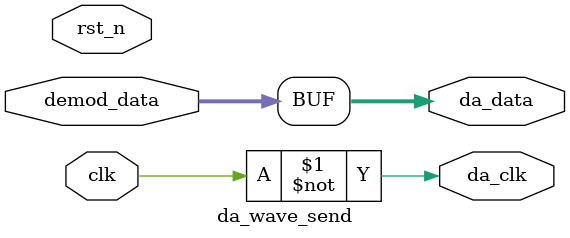
<source format=v>
`timescale 1ns / 1ps
module da_wave_send (
	input clk , //时钟
	input rst_n , //复位信号，低电平有效	
	input [7:0] demod_data , 		//解调数据	
	output da_clk , //DA(AD9708)驱动时钟,最大支持 125Mhz 时钟
	output [7:0] da_data //输出给 DA 的数据 
);

	//数据rd_data 是在 clk 的上升沿更新的，所以 DA 芯片在 clk 的下降沿锁存数据是稳定的时刻
	//而 DA 实际上在 da_clk 的上升沿锁存数据,所以时钟取反,这样 clk 的下降沿相当于 da_clk 的上升
	assign da_clk = ~clk; 
	assign da_data = demod_data; //将读到的 ROM 数据赋值给 DA 数据端口
	
/*	//reg define
	reg [7:0] freq_cnt ; //频率调节计数器
	
 	//频率调节计数器
	always @(posedge clk or negedge rst_n) begin
		if(rst_n == 1'b0)
			freq_cnt <= 8'd0;
		else if(freq_cnt == FREQ_ADJ) 
			freq_cnt <= 8'd0;
		else 
			freq_cnt <= freq_cnt + 8'd1;
	end
	
	//读 ROM 地址
	always @(posedge clk or negedge rst_n) begin
		if(rst_n == 1'b0)
			rd_addr <= 8'd0;
		else begin
			if(freq_cnt == FREQ_ADJ) begin
				rd_addr <= rd_addr + 8'd1;
			end 
		end 
	end */
	
 endmodule
</source>
